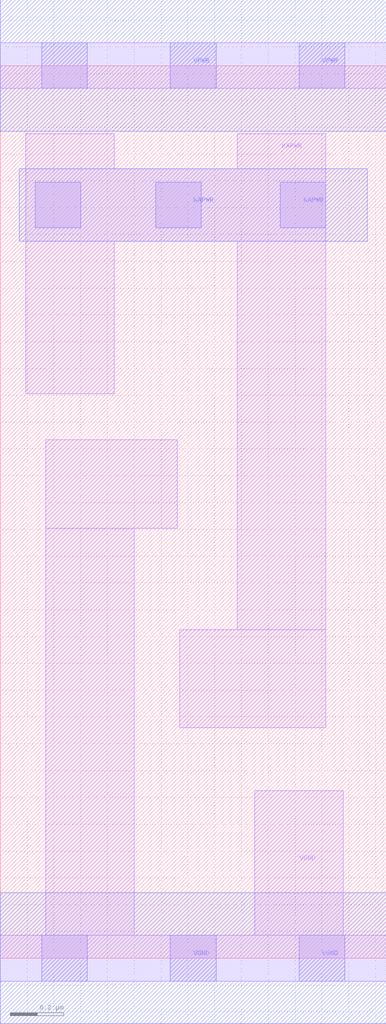
<source format=lef>
# Copyright 2020 The SkyWater PDK Authors
#
# Licensed under the Apache License, Version 2.0 (the "License");
# you may not use this file except in compliance with the License.
# You may obtain a copy of the License at
#
#     https://www.apache.org/licenses/LICENSE-2.0
#
# Unless required by applicable law or agreed to in writing, software
# distributed under the License is distributed on an "AS IS" BASIS,
# WITHOUT WARRANTIES OR CONDITIONS OF ANY KIND, either express or implied.
# See the License for the specific language governing permissions and
# limitations under the License.
#
# SPDX-License-Identifier: Apache-2.0

VERSION 5.7 ;
  NAMESCASESENSITIVE ON ;
  NOWIREEXTENSIONATPIN ON ;
  DIVIDERCHAR "/" ;
  BUSBITCHARS "[]" ;
UNITS
  DATABASE MICRONS 200 ;
END UNITS
MACRO sky130_fd_sc_lp__decapkapwr_3
  CLASS CORE SPACER ;
  SOURCE USER ;
  FOREIGN sky130_fd_sc_lp__decapkapwr_3 ;
  ORIGIN  0.000000  0.000000 ;
  SIZE  1.440000 BY  3.330000 ;
  SYMMETRY X Y R90 ;
  SITE unit ;
  PIN KAPWR
    DIRECTION INOUT ;
    USE POWER ;
    PORT
      LAYER li1 ;
        RECT 0.095000 2.105000 0.425000 2.675000 ;
        RECT 0.095000 2.675000 1.215000 2.945000 ;
        RECT 0.095000 2.945000 0.425000 3.075000 ;
        RECT 0.670000 0.860000 1.215000 1.225000 ;
        RECT 0.885000 1.225000 1.215000 2.675000 ;
        RECT 0.885000 2.945000 1.215000 3.075000 ;
      LAYER mcon ;
        RECT 0.130000 2.725000 0.300000 2.895000 ;
        RECT 0.580000 2.725000 0.750000 2.895000 ;
        RECT 1.045000 2.725000 1.215000 2.895000 ;
      LAYER met1 ;
        RECT 0.070000 2.675000 1.370000 2.945000 ;
    END
  END KAPWR
  PIN VGND
    DIRECTION INOUT ;
    USE GROUND ;
    PORT
      LAYER li1 ;
        RECT 0.000000 -0.085000 1.440000 0.085000 ;
        RECT 0.170000  0.085000 0.500000 1.605000 ;
        RECT 0.170000  1.605000 0.660000 1.935000 ;
        RECT 0.950000  0.085000 1.280000 0.625000 ;
      LAYER mcon ;
        RECT 0.155000 -0.085000 0.325000 0.085000 ;
        RECT 0.635000 -0.085000 0.805000 0.085000 ;
        RECT 1.115000 -0.085000 1.285000 0.085000 ;
      LAYER met1 ;
        RECT 0.000000 -0.245000 1.440000 0.245000 ;
    END
  END VGND
  PIN VPWR
    DIRECTION INOUT ;
    USE POWER ;
    PORT
      LAYER li1 ;
        RECT 0.000000 3.245000 1.440000 3.415000 ;
      LAYER mcon ;
        RECT 0.155000 3.245000 0.325000 3.415000 ;
        RECT 0.635000 3.245000 0.805000 3.415000 ;
        RECT 1.115000 3.245000 1.285000 3.415000 ;
      LAYER met1 ;
        RECT 0.000000 3.085000 1.440000 3.575000 ;
    END
  END VPWR
END sky130_fd_sc_lp__decapkapwr_3

</source>
